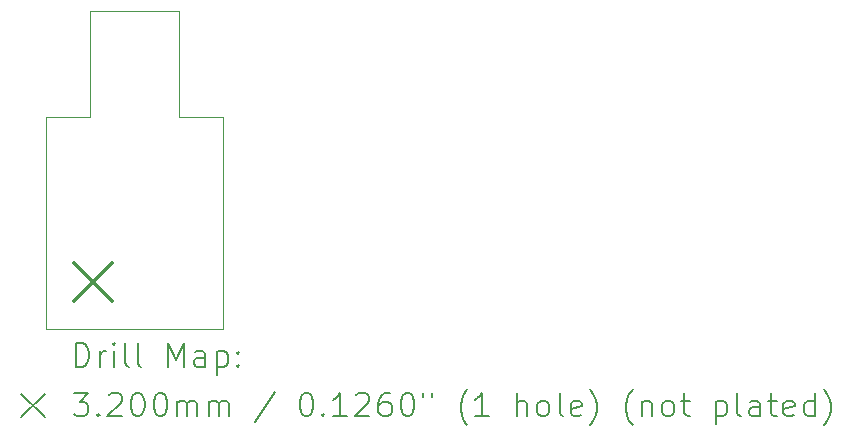
<source format=gbr>
%TF.GenerationSoftware,KiCad,Pcbnew,7.0.7*%
%TF.CreationDate,2023-09-24T13:38:28+10:00*%
%TF.ProjectId,fyp_breakout,6679705f-6272-4656-916b-6f75742e6b69,rev?*%
%TF.SameCoordinates,Original*%
%TF.FileFunction,Drillmap*%
%TF.FilePolarity,Positive*%
%FSLAX45Y45*%
G04 Gerber Fmt 4.5, Leading zero omitted, Abs format (unit mm)*
G04 Created by KiCad (PCBNEW 7.0.7) date 2023-09-24 13:38:28*
%MOMM*%
%LPD*%
G01*
G04 APERTURE LIST*
%ADD10C,0.100000*%
%ADD11C,0.200000*%
%ADD12C,0.320000*%
G04 APERTURE END LIST*
D10*
X14875000Y-10400000D02*
X15250000Y-10400000D01*
X15250000Y-12200000D01*
X13750000Y-12200000D01*
X13750000Y-10400000D01*
X14125000Y-10400000D01*
X14125000Y-9500000D01*
X14875000Y-9500000D01*
X14875000Y-10400000D01*
D11*
D12*
X13990000Y-11640000D02*
X14310000Y-11960000D01*
X14310000Y-11640000D02*
X13990000Y-11960000D01*
D11*
X14005777Y-12516484D02*
X14005777Y-12316484D01*
X14005777Y-12316484D02*
X14053396Y-12316484D01*
X14053396Y-12316484D02*
X14081967Y-12326008D01*
X14081967Y-12326008D02*
X14101015Y-12345055D01*
X14101015Y-12345055D02*
X14110539Y-12364103D01*
X14110539Y-12364103D02*
X14120062Y-12402198D01*
X14120062Y-12402198D02*
X14120062Y-12430769D01*
X14120062Y-12430769D02*
X14110539Y-12468865D01*
X14110539Y-12468865D02*
X14101015Y-12487912D01*
X14101015Y-12487912D02*
X14081967Y-12506960D01*
X14081967Y-12506960D02*
X14053396Y-12516484D01*
X14053396Y-12516484D02*
X14005777Y-12516484D01*
X14205777Y-12516484D02*
X14205777Y-12383150D01*
X14205777Y-12421246D02*
X14215301Y-12402198D01*
X14215301Y-12402198D02*
X14224824Y-12392674D01*
X14224824Y-12392674D02*
X14243872Y-12383150D01*
X14243872Y-12383150D02*
X14262920Y-12383150D01*
X14329586Y-12516484D02*
X14329586Y-12383150D01*
X14329586Y-12316484D02*
X14320062Y-12326008D01*
X14320062Y-12326008D02*
X14329586Y-12335531D01*
X14329586Y-12335531D02*
X14339110Y-12326008D01*
X14339110Y-12326008D02*
X14329586Y-12316484D01*
X14329586Y-12316484D02*
X14329586Y-12335531D01*
X14453396Y-12516484D02*
X14434348Y-12506960D01*
X14434348Y-12506960D02*
X14424824Y-12487912D01*
X14424824Y-12487912D02*
X14424824Y-12316484D01*
X14558158Y-12516484D02*
X14539110Y-12506960D01*
X14539110Y-12506960D02*
X14529586Y-12487912D01*
X14529586Y-12487912D02*
X14529586Y-12316484D01*
X14786729Y-12516484D02*
X14786729Y-12316484D01*
X14786729Y-12316484D02*
X14853396Y-12459341D01*
X14853396Y-12459341D02*
X14920062Y-12316484D01*
X14920062Y-12316484D02*
X14920062Y-12516484D01*
X15101015Y-12516484D02*
X15101015Y-12411722D01*
X15101015Y-12411722D02*
X15091491Y-12392674D01*
X15091491Y-12392674D02*
X15072443Y-12383150D01*
X15072443Y-12383150D02*
X15034348Y-12383150D01*
X15034348Y-12383150D02*
X15015301Y-12392674D01*
X15101015Y-12506960D02*
X15081967Y-12516484D01*
X15081967Y-12516484D02*
X15034348Y-12516484D01*
X15034348Y-12516484D02*
X15015301Y-12506960D01*
X15015301Y-12506960D02*
X15005777Y-12487912D01*
X15005777Y-12487912D02*
X15005777Y-12468865D01*
X15005777Y-12468865D02*
X15015301Y-12449817D01*
X15015301Y-12449817D02*
X15034348Y-12440293D01*
X15034348Y-12440293D02*
X15081967Y-12440293D01*
X15081967Y-12440293D02*
X15101015Y-12430769D01*
X15196253Y-12383150D02*
X15196253Y-12583150D01*
X15196253Y-12392674D02*
X15215301Y-12383150D01*
X15215301Y-12383150D02*
X15253396Y-12383150D01*
X15253396Y-12383150D02*
X15272443Y-12392674D01*
X15272443Y-12392674D02*
X15281967Y-12402198D01*
X15281967Y-12402198D02*
X15291491Y-12421246D01*
X15291491Y-12421246D02*
X15291491Y-12478388D01*
X15291491Y-12478388D02*
X15281967Y-12497436D01*
X15281967Y-12497436D02*
X15272443Y-12506960D01*
X15272443Y-12506960D02*
X15253396Y-12516484D01*
X15253396Y-12516484D02*
X15215301Y-12516484D01*
X15215301Y-12516484D02*
X15196253Y-12506960D01*
X15377205Y-12497436D02*
X15386729Y-12506960D01*
X15386729Y-12506960D02*
X15377205Y-12516484D01*
X15377205Y-12516484D02*
X15367682Y-12506960D01*
X15367682Y-12506960D02*
X15377205Y-12497436D01*
X15377205Y-12497436D02*
X15377205Y-12516484D01*
X15377205Y-12392674D02*
X15386729Y-12402198D01*
X15386729Y-12402198D02*
X15377205Y-12411722D01*
X15377205Y-12411722D02*
X15367682Y-12402198D01*
X15367682Y-12402198D02*
X15377205Y-12392674D01*
X15377205Y-12392674D02*
X15377205Y-12411722D01*
X13545000Y-12745000D02*
X13745000Y-12945000D01*
X13745000Y-12745000D02*
X13545000Y-12945000D01*
X13986729Y-12736484D02*
X14110539Y-12736484D01*
X14110539Y-12736484D02*
X14043872Y-12812674D01*
X14043872Y-12812674D02*
X14072443Y-12812674D01*
X14072443Y-12812674D02*
X14091491Y-12822198D01*
X14091491Y-12822198D02*
X14101015Y-12831722D01*
X14101015Y-12831722D02*
X14110539Y-12850769D01*
X14110539Y-12850769D02*
X14110539Y-12898388D01*
X14110539Y-12898388D02*
X14101015Y-12917436D01*
X14101015Y-12917436D02*
X14091491Y-12926960D01*
X14091491Y-12926960D02*
X14072443Y-12936484D01*
X14072443Y-12936484D02*
X14015301Y-12936484D01*
X14015301Y-12936484D02*
X13996253Y-12926960D01*
X13996253Y-12926960D02*
X13986729Y-12917436D01*
X14196253Y-12917436D02*
X14205777Y-12926960D01*
X14205777Y-12926960D02*
X14196253Y-12936484D01*
X14196253Y-12936484D02*
X14186729Y-12926960D01*
X14186729Y-12926960D02*
X14196253Y-12917436D01*
X14196253Y-12917436D02*
X14196253Y-12936484D01*
X14281967Y-12755531D02*
X14291491Y-12746008D01*
X14291491Y-12746008D02*
X14310539Y-12736484D01*
X14310539Y-12736484D02*
X14358158Y-12736484D01*
X14358158Y-12736484D02*
X14377205Y-12746008D01*
X14377205Y-12746008D02*
X14386729Y-12755531D01*
X14386729Y-12755531D02*
X14396253Y-12774579D01*
X14396253Y-12774579D02*
X14396253Y-12793627D01*
X14396253Y-12793627D02*
X14386729Y-12822198D01*
X14386729Y-12822198D02*
X14272443Y-12936484D01*
X14272443Y-12936484D02*
X14396253Y-12936484D01*
X14520062Y-12736484D02*
X14539110Y-12736484D01*
X14539110Y-12736484D02*
X14558158Y-12746008D01*
X14558158Y-12746008D02*
X14567682Y-12755531D01*
X14567682Y-12755531D02*
X14577205Y-12774579D01*
X14577205Y-12774579D02*
X14586729Y-12812674D01*
X14586729Y-12812674D02*
X14586729Y-12860293D01*
X14586729Y-12860293D02*
X14577205Y-12898388D01*
X14577205Y-12898388D02*
X14567682Y-12917436D01*
X14567682Y-12917436D02*
X14558158Y-12926960D01*
X14558158Y-12926960D02*
X14539110Y-12936484D01*
X14539110Y-12936484D02*
X14520062Y-12936484D01*
X14520062Y-12936484D02*
X14501015Y-12926960D01*
X14501015Y-12926960D02*
X14491491Y-12917436D01*
X14491491Y-12917436D02*
X14481967Y-12898388D01*
X14481967Y-12898388D02*
X14472443Y-12860293D01*
X14472443Y-12860293D02*
X14472443Y-12812674D01*
X14472443Y-12812674D02*
X14481967Y-12774579D01*
X14481967Y-12774579D02*
X14491491Y-12755531D01*
X14491491Y-12755531D02*
X14501015Y-12746008D01*
X14501015Y-12746008D02*
X14520062Y-12736484D01*
X14710539Y-12736484D02*
X14729586Y-12736484D01*
X14729586Y-12736484D02*
X14748634Y-12746008D01*
X14748634Y-12746008D02*
X14758158Y-12755531D01*
X14758158Y-12755531D02*
X14767682Y-12774579D01*
X14767682Y-12774579D02*
X14777205Y-12812674D01*
X14777205Y-12812674D02*
X14777205Y-12860293D01*
X14777205Y-12860293D02*
X14767682Y-12898388D01*
X14767682Y-12898388D02*
X14758158Y-12917436D01*
X14758158Y-12917436D02*
X14748634Y-12926960D01*
X14748634Y-12926960D02*
X14729586Y-12936484D01*
X14729586Y-12936484D02*
X14710539Y-12936484D01*
X14710539Y-12936484D02*
X14691491Y-12926960D01*
X14691491Y-12926960D02*
X14681967Y-12917436D01*
X14681967Y-12917436D02*
X14672443Y-12898388D01*
X14672443Y-12898388D02*
X14662920Y-12860293D01*
X14662920Y-12860293D02*
X14662920Y-12812674D01*
X14662920Y-12812674D02*
X14672443Y-12774579D01*
X14672443Y-12774579D02*
X14681967Y-12755531D01*
X14681967Y-12755531D02*
X14691491Y-12746008D01*
X14691491Y-12746008D02*
X14710539Y-12736484D01*
X14862920Y-12936484D02*
X14862920Y-12803150D01*
X14862920Y-12822198D02*
X14872443Y-12812674D01*
X14872443Y-12812674D02*
X14891491Y-12803150D01*
X14891491Y-12803150D02*
X14920063Y-12803150D01*
X14920063Y-12803150D02*
X14939110Y-12812674D01*
X14939110Y-12812674D02*
X14948634Y-12831722D01*
X14948634Y-12831722D02*
X14948634Y-12936484D01*
X14948634Y-12831722D02*
X14958158Y-12812674D01*
X14958158Y-12812674D02*
X14977205Y-12803150D01*
X14977205Y-12803150D02*
X15005777Y-12803150D01*
X15005777Y-12803150D02*
X15024824Y-12812674D01*
X15024824Y-12812674D02*
X15034348Y-12831722D01*
X15034348Y-12831722D02*
X15034348Y-12936484D01*
X15129586Y-12936484D02*
X15129586Y-12803150D01*
X15129586Y-12822198D02*
X15139110Y-12812674D01*
X15139110Y-12812674D02*
X15158158Y-12803150D01*
X15158158Y-12803150D02*
X15186729Y-12803150D01*
X15186729Y-12803150D02*
X15205777Y-12812674D01*
X15205777Y-12812674D02*
X15215301Y-12831722D01*
X15215301Y-12831722D02*
X15215301Y-12936484D01*
X15215301Y-12831722D02*
X15224824Y-12812674D01*
X15224824Y-12812674D02*
X15243872Y-12803150D01*
X15243872Y-12803150D02*
X15272443Y-12803150D01*
X15272443Y-12803150D02*
X15291491Y-12812674D01*
X15291491Y-12812674D02*
X15301015Y-12831722D01*
X15301015Y-12831722D02*
X15301015Y-12936484D01*
X15691491Y-12726960D02*
X15520063Y-12984103D01*
X15948634Y-12736484D02*
X15967682Y-12736484D01*
X15967682Y-12736484D02*
X15986729Y-12746008D01*
X15986729Y-12746008D02*
X15996253Y-12755531D01*
X15996253Y-12755531D02*
X16005777Y-12774579D01*
X16005777Y-12774579D02*
X16015301Y-12812674D01*
X16015301Y-12812674D02*
X16015301Y-12860293D01*
X16015301Y-12860293D02*
X16005777Y-12898388D01*
X16005777Y-12898388D02*
X15996253Y-12917436D01*
X15996253Y-12917436D02*
X15986729Y-12926960D01*
X15986729Y-12926960D02*
X15967682Y-12936484D01*
X15967682Y-12936484D02*
X15948634Y-12936484D01*
X15948634Y-12936484D02*
X15929586Y-12926960D01*
X15929586Y-12926960D02*
X15920063Y-12917436D01*
X15920063Y-12917436D02*
X15910539Y-12898388D01*
X15910539Y-12898388D02*
X15901015Y-12860293D01*
X15901015Y-12860293D02*
X15901015Y-12812674D01*
X15901015Y-12812674D02*
X15910539Y-12774579D01*
X15910539Y-12774579D02*
X15920063Y-12755531D01*
X15920063Y-12755531D02*
X15929586Y-12746008D01*
X15929586Y-12746008D02*
X15948634Y-12736484D01*
X16101015Y-12917436D02*
X16110539Y-12926960D01*
X16110539Y-12926960D02*
X16101015Y-12936484D01*
X16101015Y-12936484D02*
X16091491Y-12926960D01*
X16091491Y-12926960D02*
X16101015Y-12917436D01*
X16101015Y-12917436D02*
X16101015Y-12936484D01*
X16301015Y-12936484D02*
X16186729Y-12936484D01*
X16243872Y-12936484D02*
X16243872Y-12736484D01*
X16243872Y-12736484D02*
X16224825Y-12765055D01*
X16224825Y-12765055D02*
X16205777Y-12784103D01*
X16205777Y-12784103D02*
X16186729Y-12793627D01*
X16377206Y-12755531D02*
X16386729Y-12746008D01*
X16386729Y-12746008D02*
X16405777Y-12736484D01*
X16405777Y-12736484D02*
X16453396Y-12736484D01*
X16453396Y-12736484D02*
X16472444Y-12746008D01*
X16472444Y-12746008D02*
X16481967Y-12755531D01*
X16481967Y-12755531D02*
X16491491Y-12774579D01*
X16491491Y-12774579D02*
X16491491Y-12793627D01*
X16491491Y-12793627D02*
X16481967Y-12822198D01*
X16481967Y-12822198D02*
X16367682Y-12936484D01*
X16367682Y-12936484D02*
X16491491Y-12936484D01*
X16662920Y-12736484D02*
X16624825Y-12736484D01*
X16624825Y-12736484D02*
X16605777Y-12746008D01*
X16605777Y-12746008D02*
X16596253Y-12755531D01*
X16596253Y-12755531D02*
X16577206Y-12784103D01*
X16577206Y-12784103D02*
X16567682Y-12822198D01*
X16567682Y-12822198D02*
X16567682Y-12898388D01*
X16567682Y-12898388D02*
X16577206Y-12917436D01*
X16577206Y-12917436D02*
X16586729Y-12926960D01*
X16586729Y-12926960D02*
X16605777Y-12936484D01*
X16605777Y-12936484D02*
X16643872Y-12936484D01*
X16643872Y-12936484D02*
X16662920Y-12926960D01*
X16662920Y-12926960D02*
X16672444Y-12917436D01*
X16672444Y-12917436D02*
X16681967Y-12898388D01*
X16681967Y-12898388D02*
X16681967Y-12850769D01*
X16681967Y-12850769D02*
X16672444Y-12831722D01*
X16672444Y-12831722D02*
X16662920Y-12822198D01*
X16662920Y-12822198D02*
X16643872Y-12812674D01*
X16643872Y-12812674D02*
X16605777Y-12812674D01*
X16605777Y-12812674D02*
X16586729Y-12822198D01*
X16586729Y-12822198D02*
X16577206Y-12831722D01*
X16577206Y-12831722D02*
X16567682Y-12850769D01*
X16805777Y-12736484D02*
X16824825Y-12736484D01*
X16824825Y-12736484D02*
X16843872Y-12746008D01*
X16843872Y-12746008D02*
X16853396Y-12755531D01*
X16853396Y-12755531D02*
X16862920Y-12774579D01*
X16862920Y-12774579D02*
X16872444Y-12812674D01*
X16872444Y-12812674D02*
X16872444Y-12860293D01*
X16872444Y-12860293D02*
X16862920Y-12898388D01*
X16862920Y-12898388D02*
X16853396Y-12917436D01*
X16853396Y-12917436D02*
X16843872Y-12926960D01*
X16843872Y-12926960D02*
X16824825Y-12936484D01*
X16824825Y-12936484D02*
X16805777Y-12936484D01*
X16805777Y-12936484D02*
X16786729Y-12926960D01*
X16786729Y-12926960D02*
X16777206Y-12917436D01*
X16777206Y-12917436D02*
X16767682Y-12898388D01*
X16767682Y-12898388D02*
X16758158Y-12860293D01*
X16758158Y-12860293D02*
X16758158Y-12812674D01*
X16758158Y-12812674D02*
X16767682Y-12774579D01*
X16767682Y-12774579D02*
X16777206Y-12755531D01*
X16777206Y-12755531D02*
X16786729Y-12746008D01*
X16786729Y-12746008D02*
X16805777Y-12736484D01*
X16948634Y-12736484D02*
X16948634Y-12774579D01*
X17024825Y-12736484D02*
X17024825Y-12774579D01*
X17320063Y-13012674D02*
X17310539Y-13003150D01*
X17310539Y-13003150D02*
X17291491Y-12974579D01*
X17291491Y-12974579D02*
X17281968Y-12955531D01*
X17281968Y-12955531D02*
X17272444Y-12926960D01*
X17272444Y-12926960D02*
X17262920Y-12879341D01*
X17262920Y-12879341D02*
X17262920Y-12841246D01*
X17262920Y-12841246D02*
X17272444Y-12793627D01*
X17272444Y-12793627D02*
X17281968Y-12765055D01*
X17281968Y-12765055D02*
X17291491Y-12746008D01*
X17291491Y-12746008D02*
X17310539Y-12717436D01*
X17310539Y-12717436D02*
X17320063Y-12707912D01*
X17501015Y-12936484D02*
X17386730Y-12936484D01*
X17443872Y-12936484D02*
X17443872Y-12736484D01*
X17443872Y-12736484D02*
X17424825Y-12765055D01*
X17424825Y-12765055D02*
X17405777Y-12784103D01*
X17405777Y-12784103D02*
X17386730Y-12793627D01*
X17739111Y-12936484D02*
X17739111Y-12736484D01*
X17824825Y-12936484D02*
X17824825Y-12831722D01*
X17824825Y-12831722D02*
X17815301Y-12812674D01*
X17815301Y-12812674D02*
X17796253Y-12803150D01*
X17796253Y-12803150D02*
X17767682Y-12803150D01*
X17767682Y-12803150D02*
X17748634Y-12812674D01*
X17748634Y-12812674D02*
X17739111Y-12822198D01*
X17948634Y-12936484D02*
X17929587Y-12926960D01*
X17929587Y-12926960D02*
X17920063Y-12917436D01*
X17920063Y-12917436D02*
X17910539Y-12898388D01*
X17910539Y-12898388D02*
X17910539Y-12841246D01*
X17910539Y-12841246D02*
X17920063Y-12822198D01*
X17920063Y-12822198D02*
X17929587Y-12812674D01*
X17929587Y-12812674D02*
X17948634Y-12803150D01*
X17948634Y-12803150D02*
X17977206Y-12803150D01*
X17977206Y-12803150D02*
X17996253Y-12812674D01*
X17996253Y-12812674D02*
X18005777Y-12822198D01*
X18005777Y-12822198D02*
X18015301Y-12841246D01*
X18015301Y-12841246D02*
X18015301Y-12898388D01*
X18015301Y-12898388D02*
X18005777Y-12917436D01*
X18005777Y-12917436D02*
X17996253Y-12926960D01*
X17996253Y-12926960D02*
X17977206Y-12936484D01*
X17977206Y-12936484D02*
X17948634Y-12936484D01*
X18129587Y-12936484D02*
X18110539Y-12926960D01*
X18110539Y-12926960D02*
X18101015Y-12907912D01*
X18101015Y-12907912D02*
X18101015Y-12736484D01*
X18281968Y-12926960D02*
X18262920Y-12936484D01*
X18262920Y-12936484D02*
X18224825Y-12936484D01*
X18224825Y-12936484D02*
X18205777Y-12926960D01*
X18205777Y-12926960D02*
X18196253Y-12907912D01*
X18196253Y-12907912D02*
X18196253Y-12831722D01*
X18196253Y-12831722D02*
X18205777Y-12812674D01*
X18205777Y-12812674D02*
X18224825Y-12803150D01*
X18224825Y-12803150D02*
X18262920Y-12803150D01*
X18262920Y-12803150D02*
X18281968Y-12812674D01*
X18281968Y-12812674D02*
X18291492Y-12831722D01*
X18291492Y-12831722D02*
X18291492Y-12850769D01*
X18291492Y-12850769D02*
X18196253Y-12869817D01*
X18358158Y-13012674D02*
X18367682Y-13003150D01*
X18367682Y-13003150D02*
X18386730Y-12974579D01*
X18386730Y-12974579D02*
X18396253Y-12955531D01*
X18396253Y-12955531D02*
X18405777Y-12926960D01*
X18405777Y-12926960D02*
X18415301Y-12879341D01*
X18415301Y-12879341D02*
X18415301Y-12841246D01*
X18415301Y-12841246D02*
X18405777Y-12793627D01*
X18405777Y-12793627D02*
X18396253Y-12765055D01*
X18396253Y-12765055D02*
X18386730Y-12746008D01*
X18386730Y-12746008D02*
X18367682Y-12717436D01*
X18367682Y-12717436D02*
X18358158Y-12707912D01*
X18720063Y-13012674D02*
X18710539Y-13003150D01*
X18710539Y-13003150D02*
X18691492Y-12974579D01*
X18691492Y-12974579D02*
X18681968Y-12955531D01*
X18681968Y-12955531D02*
X18672444Y-12926960D01*
X18672444Y-12926960D02*
X18662920Y-12879341D01*
X18662920Y-12879341D02*
X18662920Y-12841246D01*
X18662920Y-12841246D02*
X18672444Y-12793627D01*
X18672444Y-12793627D02*
X18681968Y-12765055D01*
X18681968Y-12765055D02*
X18691492Y-12746008D01*
X18691492Y-12746008D02*
X18710539Y-12717436D01*
X18710539Y-12717436D02*
X18720063Y-12707912D01*
X18796253Y-12803150D02*
X18796253Y-12936484D01*
X18796253Y-12822198D02*
X18805777Y-12812674D01*
X18805777Y-12812674D02*
X18824825Y-12803150D01*
X18824825Y-12803150D02*
X18853396Y-12803150D01*
X18853396Y-12803150D02*
X18872444Y-12812674D01*
X18872444Y-12812674D02*
X18881968Y-12831722D01*
X18881968Y-12831722D02*
X18881968Y-12936484D01*
X19005777Y-12936484D02*
X18986730Y-12926960D01*
X18986730Y-12926960D02*
X18977206Y-12917436D01*
X18977206Y-12917436D02*
X18967682Y-12898388D01*
X18967682Y-12898388D02*
X18967682Y-12841246D01*
X18967682Y-12841246D02*
X18977206Y-12822198D01*
X18977206Y-12822198D02*
X18986730Y-12812674D01*
X18986730Y-12812674D02*
X19005777Y-12803150D01*
X19005777Y-12803150D02*
X19034349Y-12803150D01*
X19034349Y-12803150D02*
X19053396Y-12812674D01*
X19053396Y-12812674D02*
X19062920Y-12822198D01*
X19062920Y-12822198D02*
X19072444Y-12841246D01*
X19072444Y-12841246D02*
X19072444Y-12898388D01*
X19072444Y-12898388D02*
X19062920Y-12917436D01*
X19062920Y-12917436D02*
X19053396Y-12926960D01*
X19053396Y-12926960D02*
X19034349Y-12936484D01*
X19034349Y-12936484D02*
X19005777Y-12936484D01*
X19129587Y-12803150D02*
X19205777Y-12803150D01*
X19158158Y-12736484D02*
X19158158Y-12907912D01*
X19158158Y-12907912D02*
X19167682Y-12926960D01*
X19167682Y-12926960D02*
X19186730Y-12936484D01*
X19186730Y-12936484D02*
X19205777Y-12936484D01*
X19424825Y-12803150D02*
X19424825Y-13003150D01*
X19424825Y-12812674D02*
X19443873Y-12803150D01*
X19443873Y-12803150D02*
X19481968Y-12803150D01*
X19481968Y-12803150D02*
X19501015Y-12812674D01*
X19501015Y-12812674D02*
X19510539Y-12822198D01*
X19510539Y-12822198D02*
X19520063Y-12841246D01*
X19520063Y-12841246D02*
X19520063Y-12898388D01*
X19520063Y-12898388D02*
X19510539Y-12917436D01*
X19510539Y-12917436D02*
X19501015Y-12926960D01*
X19501015Y-12926960D02*
X19481968Y-12936484D01*
X19481968Y-12936484D02*
X19443873Y-12936484D01*
X19443873Y-12936484D02*
X19424825Y-12926960D01*
X19634349Y-12936484D02*
X19615301Y-12926960D01*
X19615301Y-12926960D02*
X19605777Y-12907912D01*
X19605777Y-12907912D02*
X19605777Y-12736484D01*
X19796254Y-12936484D02*
X19796254Y-12831722D01*
X19796254Y-12831722D02*
X19786730Y-12812674D01*
X19786730Y-12812674D02*
X19767682Y-12803150D01*
X19767682Y-12803150D02*
X19729587Y-12803150D01*
X19729587Y-12803150D02*
X19710539Y-12812674D01*
X19796254Y-12926960D02*
X19777206Y-12936484D01*
X19777206Y-12936484D02*
X19729587Y-12936484D01*
X19729587Y-12936484D02*
X19710539Y-12926960D01*
X19710539Y-12926960D02*
X19701015Y-12907912D01*
X19701015Y-12907912D02*
X19701015Y-12888865D01*
X19701015Y-12888865D02*
X19710539Y-12869817D01*
X19710539Y-12869817D02*
X19729587Y-12860293D01*
X19729587Y-12860293D02*
X19777206Y-12860293D01*
X19777206Y-12860293D02*
X19796254Y-12850769D01*
X19862920Y-12803150D02*
X19939111Y-12803150D01*
X19891492Y-12736484D02*
X19891492Y-12907912D01*
X19891492Y-12907912D02*
X19901015Y-12926960D01*
X19901015Y-12926960D02*
X19920063Y-12936484D01*
X19920063Y-12936484D02*
X19939111Y-12936484D01*
X20081968Y-12926960D02*
X20062920Y-12936484D01*
X20062920Y-12936484D02*
X20024825Y-12936484D01*
X20024825Y-12936484D02*
X20005777Y-12926960D01*
X20005777Y-12926960D02*
X19996254Y-12907912D01*
X19996254Y-12907912D02*
X19996254Y-12831722D01*
X19996254Y-12831722D02*
X20005777Y-12812674D01*
X20005777Y-12812674D02*
X20024825Y-12803150D01*
X20024825Y-12803150D02*
X20062920Y-12803150D01*
X20062920Y-12803150D02*
X20081968Y-12812674D01*
X20081968Y-12812674D02*
X20091492Y-12831722D01*
X20091492Y-12831722D02*
X20091492Y-12850769D01*
X20091492Y-12850769D02*
X19996254Y-12869817D01*
X20262920Y-12936484D02*
X20262920Y-12736484D01*
X20262920Y-12926960D02*
X20243873Y-12936484D01*
X20243873Y-12936484D02*
X20205777Y-12936484D01*
X20205777Y-12936484D02*
X20186730Y-12926960D01*
X20186730Y-12926960D02*
X20177206Y-12917436D01*
X20177206Y-12917436D02*
X20167682Y-12898388D01*
X20167682Y-12898388D02*
X20167682Y-12841246D01*
X20167682Y-12841246D02*
X20177206Y-12822198D01*
X20177206Y-12822198D02*
X20186730Y-12812674D01*
X20186730Y-12812674D02*
X20205777Y-12803150D01*
X20205777Y-12803150D02*
X20243873Y-12803150D01*
X20243873Y-12803150D02*
X20262920Y-12812674D01*
X20339111Y-13012674D02*
X20348635Y-13003150D01*
X20348635Y-13003150D02*
X20367682Y-12974579D01*
X20367682Y-12974579D02*
X20377206Y-12955531D01*
X20377206Y-12955531D02*
X20386730Y-12926960D01*
X20386730Y-12926960D02*
X20396254Y-12879341D01*
X20396254Y-12879341D02*
X20396254Y-12841246D01*
X20396254Y-12841246D02*
X20386730Y-12793627D01*
X20386730Y-12793627D02*
X20377206Y-12765055D01*
X20377206Y-12765055D02*
X20367682Y-12746008D01*
X20367682Y-12746008D02*
X20348635Y-12717436D01*
X20348635Y-12717436D02*
X20339111Y-12707912D01*
M02*

</source>
